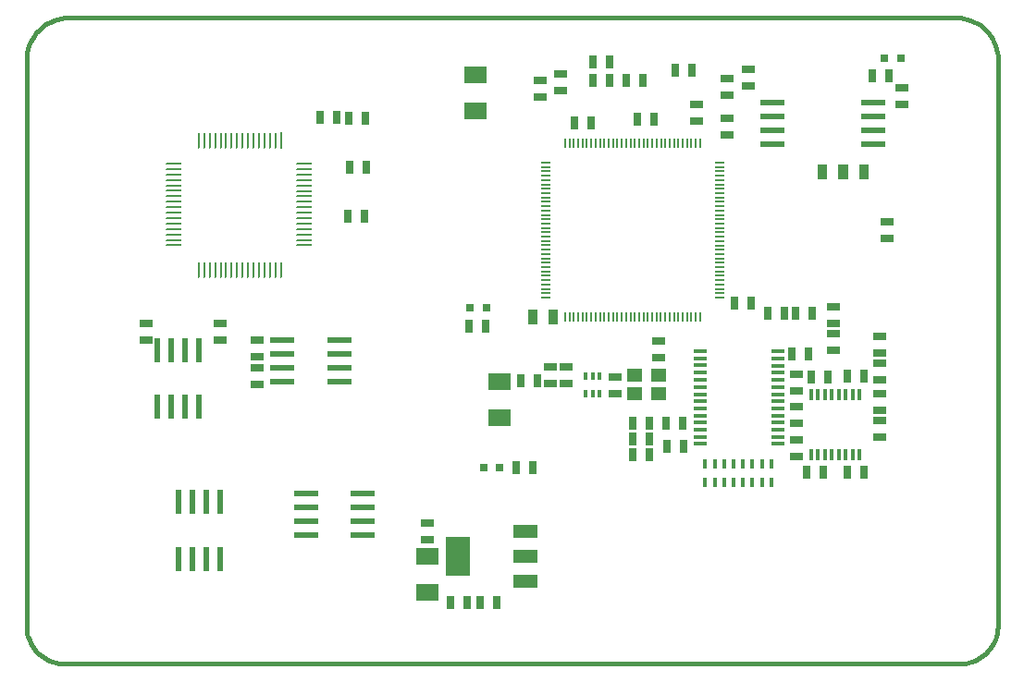
<source format=gtp>
G04 (created by PCBNEW-RS274X (2010-00-09 BZR 23xx)-stable) date sáb 03 mar 2012 12:08:15 COT*
G01*
G70*
G90*
%MOIN*%
G04 Gerber Fmt 3.4, Leading zero omitted, Abs format*
%FSLAX34Y34*%
G04 APERTURE LIST*
%ADD10C,0.006000*%
%ADD11C,0.015000*%
%ADD12R,0.015700X0.031400*%
%ADD13R,0.086600X0.023600*%
%ADD14R,0.023600X0.086600*%
%ADD15R,0.088000X0.048000*%
%ADD16R,0.088000X0.142000*%
%ADD17R,0.015700X0.039300*%
%ADD18R,0.035000X0.008000*%
%ADD19R,0.008000X0.035000*%
%ADD20R,0.025000X0.045000*%
%ADD21R,0.045000X0.025000*%
%ADD22R,0.080000X0.060000*%
%ADD23R,0.035000X0.055000*%
%ADD24R,0.050000X0.016000*%
%ADD25R,0.013800X0.035400*%
%ADD26R,0.055100X0.047200*%
%ADD27R,0.031400X0.031400*%
%ADD28R,0.009800X0.060000*%
%ADD29O,0.009800X0.060000*%
%ADD30O,0.060000X0.009800*%
G04 APERTURE END LIST*
G54D10*
G54D11*
X66520Y-56256D02*
X66520Y-56252D01*
X66358Y-56256D02*
X66520Y-56256D01*
X67953Y-53472D02*
X67953Y-54854D01*
X66547Y-56251D02*
X66665Y-56249D01*
X66783Y-56238D01*
X66900Y-56216D01*
X67014Y-56183D01*
X67125Y-56141D01*
X67232Y-56090D01*
X67334Y-56029D01*
X67431Y-55960D01*
X67521Y-55882D01*
X67604Y-55797D01*
X67679Y-55705D01*
X67746Y-55607D01*
X67804Y-55504D01*
X67853Y-55395D01*
X67892Y-55283D01*
X67922Y-55168D01*
X67941Y-55051D01*
X67950Y-54932D01*
X32953Y-53933D02*
X32953Y-54933D01*
X32955Y-53471D02*
X32955Y-53932D01*
X32959Y-53475D02*
X32955Y-53471D01*
X32952Y-54939D02*
X32961Y-55058D01*
X32980Y-55175D01*
X33010Y-55290D01*
X33049Y-55402D01*
X33098Y-55511D01*
X33156Y-55614D01*
X33223Y-55712D01*
X33298Y-55804D01*
X33381Y-55889D01*
X33471Y-55967D01*
X33568Y-56036D01*
X33670Y-56097D01*
X33777Y-56148D01*
X33888Y-56190D01*
X34002Y-56223D01*
X34119Y-56245D01*
X34237Y-56256D01*
X34355Y-56258D01*
X67955Y-53463D02*
X67955Y-34463D01*
X34357Y-56258D02*
X66357Y-56258D01*
X32955Y-34463D02*
X32955Y-53463D01*
X66455Y-32963D02*
X34455Y-32963D01*
X67955Y-34463D02*
X67949Y-34333D01*
X67932Y-34203D01*
X67903Y-34075D01*
X67864Y-33950D01*
X67814Y-33830D01*
X67754Y-33714D01*
X67683Y-33603D01*
X67604Y-33499D01*
X67515Y-33403D01*
X67419Y-33314D01*
X67315Y-33235D01*
X67205Y-33164D01*
X67088Y-33104D01*
X66968Y-33054D01*
X66843Y-33015D01*
X66715Y-32986D01*
X66585Y-32969D01*
X66455Y-32963D01*
X34455Y-32963D02*
X34325Y-32969D01*
X34195Y-32986D01*
X34067Y-33015D01*
X33942Y-33054D01*
X33822Y-33104D01*
X33706Y-33164D01*
X33595Y-33235D01*
X33491Y-33314D01*
X33395Y-33403D01*
X33306Y-33499D01*
X33227Y-33603D01*
X33156Y-33714D01*
X33096Y-33830D01*
X33046Y-33950D01*
X33007Y-34075D01*
X32978Y-34203D01*
X32961Y-34333D01*
X32955Y-34463D01*
G54D12*
X53605Y-45887D03*
X53350Y-45887D03*
X53095Y-45887D03*
X53095Y-46515D03*
X53350Y-46515D03*
X53605Y-46515D03*
G54D13*
X44218Y-46096D03*
X44218Y-45596D03*
X44218Y-45096D03*
X44218Y-44596D03*
X42172Y-44596D03*
X42172Y-45096D03*
X42172Y-45596D03*
X42172Y-46096D03*
X63461Y-37510D03*
X63461Y-37010D03*
X63461Y-36510D03*
X63461Y-36010D03*
X59839Y-36010D03*
X59839Y-36510D03*
X59839Y-37010D03*
X59839Y-37510D03*
G54D14*
X37673Y-46998D03*
X38173Y-46998D03*
X38673Y-46998D03*
X39173Y-46998D03*
X39173Y-44952D03*
X38673Y-44952D03*
X38173Y-44952D03*
X37673Y-44952D03*
G54D13*
X45070Y-51606D03*
X45070Y-51106D03*
X45070Y-50606D03*
X45070Y-50106D03*
X43024Y-50106D03*
X43024Y-50606D03*
X43024Y-51106D03*
X43024Y-51606D03*
G54D14*
X38415Y-52470D03*
X38915Y-52470D03*
X39415Y-52470D03*
X39915Y-52470D03*
X39915Y-50424D03*
X39415Y-50424D03*
X38915Y-50424D03*
X38415Y-50424D03*
G54D15*
X50941Y-53294D03*
X50941Y-52394D03*
X50941Y-51494D03*
G54D16*
X48501Y-52394D03*
G54D17*
X62966Y-46557D03*
X62716Y-46557D03*
X62466Y-46557D03*
X62216Y-46557D03*
X61966Y-46557D03*
X61716Y-46557D03*
X61466Y-46557D03*
X61216Y-46557D03*
X61216Y-48721D03*
X61466Y-48721D03*
X61716Y-48721D03*
X61966Y-48721D03*
X62216Y-48721D03*
X62466Y-48721D03*
X62716Y-48721D03*
X62966Y-48721D03*
G54D18*
X57919Y-43054D03*
G54D19*
X57228Y-37495D03*
G54D18*
X51669Y-38186D03*
G54D19*
X52360Y-43745D03*
G54D18*
X57919Y-42897D03*
G54D19*
X57071Y-37495D03*
G54D18*
X51669Y-38343D03*
G54D19*
X52517Y-43745D03*
G54D18*
X57919Y-42740D03*
G54D19*
X56914Y-37495D03*
G54D18*
X51669Y-38500D03*
G54D19*
X52674Y-43745D03*
G54D18*
X57919Y-42583D03*
G54D19*
X56757Y-37495D03*
G54D18*
X51669Y-38657D03*
G54D19*
X52831Y-43745D03*
G54D18*
X57919Y-42426D03*
G54D19*
X56600Y-37495D03*
G54D18*
X51669Y-38814D03*
G54D19*
X52988Y-43745D03*
G54D18*
X57919Y-42269D03*
G54D19*
X56443Y-37495D03*
G54D18*
X51669Y-38971D03*
G54D19*
X53145Y-43745D03*
G54D18*
X57919Y-42112D03*
G54D19*
X56286Y-37495D03*
G54D18*
X51669Y-39128D03*
G54D19*
X53302Y-43745D03*
G54D18*
X57919Y-41955D03*
G54D19*
X56129Y-37495D03*
G54D18*
X51669Y-39285D03*
G54D19*
X53459Y-43745D03*
G54D18*
X57919Y-41798D03*
G54D19*
X55972Y-37495D03*
G54D18*
X51669Y-39442D03*
G54D19*
X53616Y-43745D03*
G54D18*
X57919Y-41641D03*
G54D19*
X55815Y-37495D03*
G54D18*
X51669Y-39599D03*
G54D19*
X53773Y-43745D03*
G54D18*
X57919Y-41484D03*
G54D19*
X55658Y-37495D03*
G54D18*
X51669Y-39756D03*
G54D19*
X53930Y-43745D03*
G54D18*
X57919Y-41327D03*
G54D19*
X55501Y-37495D03*
G54D18*
X51669Y-39913D03*
G54D19*
X54087Y-43745D03*
G54D18*
X57919Y-41170D03*
G54D19*
X55344Y-37495D03*
G54D18*
X51669Y-40070D03*
G54D19*
X54244Y-43745D03*
G54D18*
X57919Y-41013D03*
G54D19*
X55187Y-37495D03*
G54D18*
X51669Y-40227D03*
G54D19*
X54401Y-43745D03*
G54D18*
X57919Y-40856D03*
G54D19*
X55030Y-37495D03*
G54D18*
X51669Y-40384D03*
G54D19*
X54558Y-43745D03*
G54D18*
X57919Y-40699D03*
G54D19*
X54873Y-37495D03*
G54D18*
X51669Y-40541D03*
G54D19*
X54715Y-43745D03*
G54D18*
X57919Y-40542D03*
G54D19*
X54716Y-37495D03*
G54D18*
X51669Y-40698D03*
G54D19*
X54872Y-43745D03*
G54D18*
X57919Y-40385D03*
G54D19*
X54559Y-37495D03*
G54D18*
X51669Y-40855D03*
G54D19*
X55029Y-43745D03*
G54D18*
X57919Y-40228D03*
G54D19*
X54402Y-37495D03*
G54D18*
X51669Y-41012D03*
G54D19*
X55186Y-43745D03*
G54D18*
X57919Y-40071D03*
G54D19*
X54245Y-37495D03*
G54D18*
X51669Y-41169D03*
G54D19*
X55343Y-43745D03*
G54D18*
X57919Y-39914D03*
G54D19*
X54088Y-37495D03*
G54D18*
X51669Y-41326D03*
G54D19*
X55500Y-43745D03*
G54D18*
X57919Y-39757D03*
G54D19*
X53931Y-37495D03*
G54D18*
X51669Y-41483D03*
G54D19*
X55657Y-43745D03*
G54D18*
X57919Y-39600D03*
G54D19*
X53774Y-37495D03*
G54D18*
X51669Y-41640D03*
G54D19*
X55814Y-43745D03*
G54D18*
X57919Y-39443D03*
G54D19*
X53617Y-37495D03*
G54D18*
X51669Y-41797D03*
G54D19*
X55971Y-43745D03*
G54D18*
X57919Y-39286D03*
G54D19*
X53460Y-37495D03*
G54D18*
X51669Y-41954D03*
G54D19*
X56128Y-43745D03*
G54D18*
X57919Y-39129D03*
G54D19*
X53303Y-37495D03*
G54D18*
X51669Y-42111D03*
G54D19*
X56285Y-43745D03*
G54D18*
X57919Y-38972D03*
G54D19*
X53146Y-37495D03*
G54D18*
X51669Y-42268D03*
G54D19*
X56442Y-43745D03*
G54D18*
X57919Y-38815D03*
G54D19*
X52989Y-37495D03*
G54D18*
X51669Y-42425D03*
G54D19*
X56599Y-43745D03*
G54D18*
X57919Y-38658D03*
G54D19*
X52832Y-37495D03*
G54D18*
X51669Y-42582D03*
G54D19*
X56756Y-43745D03*
G54D18*
X57919Y-38501D03*
G54D19*
X52675Y-37495D03*
G54D18*
X51669Y-42739D03*
G54D19*
X56913Y-43745D03*
G54D18*
X57919Y-38344D03*
G54D19*
X52518Y-37495D03*
G54D18*
X51669Y-42896D03*
G54D19*
X57070Y-43745D03*
G54D18*
X57919Y-38187D03*
G54D19*
X52361Y-37495D03*
G54D18*
X51669Y-43053D03*
G54D19*
X57227Y-43745D03*
G54D20*
X62515Y-45898D03*
X63115Y-45898D03*
X61836Y-45934D03*
X61236Y-45934D03*
X63143Y-49367D03*
X62543Y-49367D03*
X61678Y-49358D03*
X61078Y-49358D03*
X52692Y-36752D03*
X53292Y-36752D03*
G54D21*
X64508Y-35487D03*
X64508Y-36087D03*
G54D20*
X48913Y-44075D03*
X49513Y-44075D03*
X64040Y-35039D03*
X63440Y-35039D03*
G54D21*
X58209Y-37170D03*
X58209Y-36570D03*
G54D20*
X51211Y-49181D03*
X50611Y-49181D03*
X60269Y-43622D03*
X59669Y-43622D03*
G54D22*
X50000Y-46082D03*
X50000Y-47382D03*
G54D23*
X51938Y-43752D03*
X51188Y-43752D03*
G54D21*
X52185Y-35595D03*
X52185Y-34995D03*
X51476Y-35812D03*
X51476Y-35212D03*
G54D20*
X53981Y-34567D03*
X53381Y-34567D03*
X53981Y-35217D03*
X53381Y-35217D03*
X54562Y-35217D03*
X55162Y-35217D03*
X56334Y-34843D03*
X56934Y-34843D03*
G54D21*
X58209Y-35153D03*
X58209Y-35753D03*
X57087Y-36698D03*
X57087Y-36098D03*
G54D20*
X55576Y-36634D03*
X54976Y-36634D03*
G54D21*
X58965Y-35434D03*
X58965Y-34834D03*
X62025Y-44361D03*
X62025Y-44961D03*
X63705Y-46530D03*
X63705Y-47130D03*
X62025Y-43993D03*
X62025Y-43393D03*
X63957Y-40910D03*
X63957Y-40310D03*
X63704Y-45417D03*
X63704Y-46017D03*
G54D20*
X55410Y-48717D03*
X54810Y-48717D03*
X55410Y-48146D03*
X54810Y-48146D03*
X55410Y-47571D03*
X54810Y-47571D03*
G54D21*
X52409Y-45550D03*
X52409Y-46150D03*
G54D20*
X51363Y-46055D03*
X50763Y-46055D03*
G54D21*
X51835Y-46150D03*
X51835Y-45550D03*
X54165Y-45909D03*
X54165Y-46509D03*
X55740Y-44625D03*
X55740Y-45225D03*
X63704Y-44452D03*
X63704Y-45052D03*
G54D20*
X58476Y-43264D03*
X59076Y-43264D03*
G54D21*
X63709Y-48098D03*
X63709Y-47498D03*
G54D20*
X61265Y-43622D03*
X60665Y-43622D03*
G54D24*
X60022Y-48327D03*
X60022Y-48077D03*
X60022Y-47817D03*
X60022Y-47557D03*
X60022Y-47307D03*
X60022Y-47047D03*
X60022Y-46787D03*
X60022Y-46537D03*
X60022Y-46277D03*
X60022Y-46027D03*
X60022Y-45767D03*
X60022Y-45507D03*
X60022Y-45257D03*
X60022Y-44997D03*
X57222Y-44997D03*
X57222Y-45257D03*
X57222Y-45497D03*
X57222Y-45767D03*
X57222Y-46027D03*
X57222Y-46277D03*
X57222Y-46537D03*
X57222Y-46787D03*
X57222Y-47047D03*
X57222Y-47307D03*
X57222Y-47557D03*
X57222Y-47817D03*
X57222Y-48077D03*
X57222Y-48327D03*
G54D21*
X60693Y-48784D03*
X60693Y-48184D03*
X60697Y-46430D03*
X60697Y-45830D03*
X60697Y-46980D03*
X60697Y-47580D03*
G54D25*
X57413Y-49713D03*
X57413Y-49044D03*
X57748Y-49044D03*
X57748Y-49713D03*
X59472Y-49713D03*
X59472Y-49044D03*
X59807Y-49044D03*
X59807Y-49713D03*
X58764Y-49720D03*
X58764Y-49051D03*
X59099Y-49051D03*
X59099Y-49720D03*
X58083Y-49713D03*
X58083Y-49044D03*
X58418Y-49044D03*
X58418Y-49713D03*
G54D26*
X55740Y-45862D03*
X54874Y-45862D03*
X54874Y-46531D03*
X55740Y-46531D03*
G54D27*
X49415Y-49181D03*
X50005Y-49181D03*
X64468Y-34409D03*
X63878Y-34409D03*
X48937Y-43425D03*
X49527Y-43425D03*
G54D22*
X49122Y-36315D03*
X49122Y-35015D03*
G54D20*
X49895Y-54063D03*
X49295Y-54063D03*
X48229Y-54063D03*
X48829Y-54063D03*
X45180Y-36588D03*
X44580Y-36588D03*
X43530Y-36563D03*
X44130Y-36563D03*
X44605Y-38363D03*
X45205Y-38363D03*
G54D28*
X42115Y-37381D03*
G54D29*
X41918Y-37381D03*
X41721Y-37381D03*
X41524Y-37381D03*
X41327Y-37381D03*
X41131Y-37381D03*
X40934Y-37381D03*
X40737Y-37381D03*
X40540Y-37381D03*
X40343Y-37381D03*
X40146Y-37381D03*
X39950Y-37381D03*
X39753Y-37381D03*
X39556Y-37381D03*
X39359Y-37381D03*
X39162Y-37381D03*
G54D30*
X38264Y-38216D03*
X38264Y-38413D03*
X38264Y-38610D03*
X38264Y-38807D03*
X38264Y-39004D03*
X38264Y-39200D03*
X38264Y-39397D03*
X38264Y-39594D03*
X38264Y-39791D03*
X38264Y-39988D03*
X38264Y-40185D03*
X38264Y-40381D03*
X38264Y-40578D03*
X38264Y-40775D03*
X38264Y-40972D03*
X38264Y-41169D03*
G54D29*
X39162Y-42067D03*
X39359Y-42067D03*
X39556Y-42067D03*
X39753Y-42067D03*
X39950Y-42067D03*
X40146Y-42067D03*
X40343Y-42067D03*
X40540Y-42067D03*
X40737Y-42067D03*
X40934Y-42067D03*
X41131Y-42067D03*
X41327Y-42067D03*
X41524Y-42067D03*
X41721Y-42067D03*
X41918Y-42067D03*
X42115Y-42067D03*
G54D30*
X42950Y-41169D03*
X42950Y-40972D03*
X42950Y-40578D03*
X42957Y-40775D03*
X42950Y-40381D03*
X42950Y-40185D03*
X42950Y-39988D03*
X42950Y-39791D03*
X42950Y-39594D03*
X42950Y-39397D03*
X42950Y-39203D03*
X42950Y-39006D03*
X42950Y-38809D03*
X42950Y-38612D03*
X42950Y-38416D03*
X42950Y-38219D03*
G54D22*
X47398Y-52397D03*
X47398Y-53697D03*
G54D21*
X47394Y-51788D03*
X47394Y-51188D03*
X39921Y-43980D03*
X39921Y-44580D03*
X37256Y-43991D03*
X37256Y-44591D03*
G54D20*
X56620Y-48406D03*
X56020Y-48406D03*
X56612Y-47602D03*
X56012Y-47602D03*
G54D21*
X41272Y-45588D03*
X41272Y-46188D03*
X41264Y-45200D03*
X41264Y-44600D03*
G54D20*
X44545Y-40105D03*
X45145Y-40105D03*
G54D23*
X63135Y-38520D03*
X62385Y-38520D03*
X62380Y-38524D03*
X61630Y-38524D03*
G54D20*
X60523Y-45094D03*
X61123Y-45094D03*
M02*

</source>
